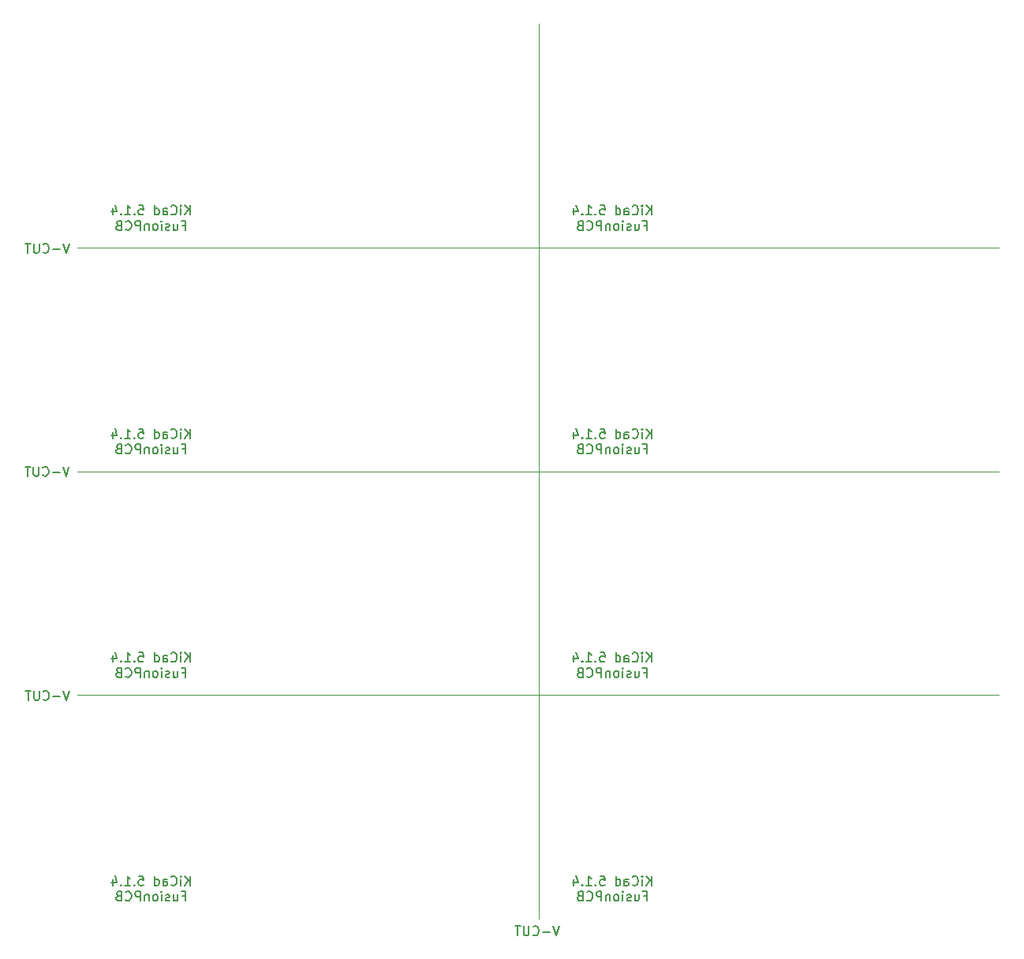
<source format=gbo>
G04 #@! TF.GenerationSoftware,KiCad,Pcbnew,5.1.4*
G04 #@! TF.CreationDate,2019-11-12T07:29:03+09:00*
G04 #@! TF.ProjectId,computerScienceExperience2,636f6d70-7574-4657-9253-6369656e6365,rev?*
G04 #@! TF.SameCoordinates,Original*
G04 #@! TF.FileFunction,Legend,Bot*
G04 #@! TF.FilePolarity,Positive*
%FSLAX46Y46*%
G04 Gerber Fmt 4.6, Leading zero omitted, Abs format (unit mm)*
G04 Created by KiCad (PCBNEW 5.1.4) date 2019-11-12 07:29:03*
%MOMM*%
%LPD*%
G04 APERTURE LIST*
%ADD10C,0.150000*%
%ADD11C,0.120000*%
G04 APERTURE END LIST*
D10*
X152782142Y-153202380D02*
X152448809Y-154202380D01*
X152115476Y-153202380D01*
X151782142Y-153821428D02*
X151020238Y-153821428D01*
X149972619Y-154107142D02*
X150020238Y-154154761D01*
X150163095Y-154202380D01*
X150258333Y-154202380D01*
X150401190Y-154154761D01*
X150496428Y-154059523D01*
X150544047Y-153964285D01*
X150591666Y-153773809D01*
X150591666Y-153630952D01*
X150544047Y-153440476D01*
X150496428Y-153345238D01*
X150401190Y-153250000D01*
X150258333Y-153202380D01*
X150163095Y-153202380D01*
X150020238Y-153250000D01*
X149972619Y-153297619D01*
X149544047Y-153202380D02*
X149544047Y-154011904D01*
X149496428Y-154107142D01*
X149448809Y-154154761D01*
X149353571Y-154202380D01*
X149163095Y-154202380D01*
X149067857Y-154154761D01*
X149020238Y-154107142D01*
X148972619Y-154011904D01*
X148972619Y-153202380D01*
X148639285Y-153202380D02*
X148067857Y-153202380D01*
X148353571Y-154202380D02*
X148353571Y-153202380D01*
X100232142Y-127927380D02*
X99898809Y-128927380D01*
X99565476Y-127927380D01*
X99232142Y-128546428D02*
X98470238Y-128546428D01*
X97422619Y-128832142D02*
X97470238Y-128879761D01*
X97613095Y-128927380D01*
X97708333Y-128927380D01*
X97851190Y-128879761D01*
X97946428Y-128784523D01*
X97994047Y-128689285D01*
X98041666Y-128498809D01*
X98041666Y-128355952D01*
X97994047Y-128165476D01*
X97946428Y-128070238D01*
X97851190Y-127975000D01*
X97708333Y-127927380D01*
X97613095Y-127927380D01*
X97470238Y-127975000D01*
X97422619Y-128022619D01*
X96994047Y-127927380D02*
X96994047Y-128736904D01*
X96946428Y-128832142D01*
X96898809Y-128879761D01*
X96803571Y-128927380D01*
X96613095Y-128927380D01*
X96517857Y-128879761D01*
X96470238Y-128832142D01*
X96422619Y-128736904D01*
X96422619Y-127927380D01*
X96089285Y-127927380D02*
X95517857Y-127927380D01*
X95803571Y-128927380D02*
X95803571Y-127927380D01*
X100207142Y-79927380D02*
X99873809Y-80927380D01*
X99540476Y-79927380D01*
X99207142Y-80546428D02*
X98445238Y-80546428D01*
X97397619Y-80832142D02*
X97445238Y-80879761D01*
X97588095Y-80927380D01*
X97683333Y-80927380D01*
X97826190Y-80879761D01*
X97921428Y-80784523D01*
X97969047Y-80689285D01*
X98016666Y-80498809D01*
X98016666Y-80355952D01*
X97969047Y-80165476D01*
X97921428Y-80070238D01*
X97826190Y-79975000D01*
X97683333Y-79927380D01*
X97588095Y-79927380D01*
X97445238Y-79975000D01*
X97397619Y-80022619D01*
X96969047Y-79927380D02*
X96969047Y-80736904D01*
X96921428Y-80832142D01*
X96873809Y-80879761D01*
X96778571Y-80927380D01*
X96588095Y-80927380D01*
X96492857Y-80879761D01*
X96445238Y-80832142D01*
X96397619Y-80736904D01*
X96397619Y-79927380D01*
X96064285Y-79927380D02*
X95492857Y-79927380D01*
X95778571Y-80927380D02*
X95778571Y-79927380D01*
X100182142Y-103877380D02*
X99848809Y-104877380D01*
X99515476Y-103877380D01*
X99182142Y-104496428D02*
X98420238Y-104496428D01*
X97372619Y-104782142D02*
X97420238Y-104829761D01*
X97563095Y-104877380D01*
X97658333Y-104877380D01*
X97801190Y-104829761D01*
X97896428Y-104734523D01*
X97944047Y-104639285D01*
X97991666Y-104448809D01*
X97991666Y-104305952D01*
X97944047Y-104115476D01*
X97896428Y-104020238D01*
X97801190Y-103925000D01*
X97658333Y-103877380D01*
X97563095Y-103877380D01*
X97420238Y-103925000D01*
X97372619Y-103972619D01*
X96944047Y-103877380D02*
X96944047Y-104686904D01*
X96896428Y-104782142D01*
X96848809Y-104829761D01*
X96753571Y-104877380D01*
X96563095Y-104877380D01*
X96467857Y-104829761D01*
X96420238Y-104782142D01*
X96372619Y-104686904D01*
X96372619Y-103877380D01*
X96039285Y-103877380D02*
X95467857Y-103877380D01*
X95753571Y-104877380D02*
X95753571Y-103877380D01*
D11*
X150575000Y-152450000D02*
X150575000Y-56300000D01*
X199950000Y-128400000D02*
X101050000Y-128400000D01*
X101050000Y-104400000D02*
X199975000Y-104400000D01*
X101050000Y-80400000D02*
X199950000Y-80400000D01*
D10*
X113190476Y-148827380D02*
X113190476Y-147827380D01*
X112619047Y-148827380D02*
X113047619Y-148255952D01*
X112619047Y-147827380D02*
X113190476Y-148398809D01*
X112190476Y-148827380D02*
X112190476Y-148160714D01*
X112190476Y-147827380D02*
X112238095Y-147875000D01*
X112190476Y-147922619D01*
X112142857Y-147875000D01*
X112190476Y-147827380D01*
X112190476Y-147922619D01*
X111142857Y-148732142D02*
X111190476Y-148779761D01*
X111333333Y-148827380D01*
X111428571Y-148827380D01*
X111571428Y-148779761D01*
X111666666Y-148684523D01*
X111714285Y-148589285D01*
X111761904Y-148398809D01*
X111761904Y-148255952D01*
X111714285Y-148065476D01*
X111666666Y-147970238D01*
X111571428Y-147875000D01*
X111428571Y-147827380D01*
X111333333Y-147827380D01*
X111190476Y-147875000D01*
X111142857Y-147922619D01*
X110285714Y-148827380D02*
X110285714Y-148303571D01*
X110333333Y-148208333D01*
X110428571Y-148160714D01*
X110619047Y-148160714D01*
X110714285Y-148208333D01*
X110285714Y-148779761D02*
X110380952Y-148827380D01*
X110619047Y-148827380D01*
X110714285Y-148779761D01*
X110761904Y-148684523D01*
X110761904Y-148589285D01*
X110714285Y-148494047D01*
X110619047Y-148446428D01*
X110380952Y-148446428D01*
X110285714Y-148398809D01*
X109380952Y-148827380D02*
X109380952Y-147827380D01*
X109380952Y-148779761D02*
X109476190Y-148827380D01*
X109666666Y-148827380D01*
X109761904Y-148779761D01*
X109809523Y-148732142D01*
X109857142Y-148636904D01*
X109857142Y-148351190D01*
X109809523Y-148255952D01*
X109761904Y-148208333D01*
X109666666Y-148160714D01*
X109476190Y-148160714D01*
X109380952Y-148208333D01*
X107666666Y-147827380D02*
X108142857Y-147827380D01*
X108190476Y-148303571D01*
X108142857Y-148255952D01*
X108047619Y-148208333D01*
X107809523Y-148208333D01*
X107714285Y-148255952D01*
X107666666Y-148303571D01*
X107619047Y-148398809D01*
X107619047Y-148636904D01*
X107666666Y-148732142D01*
X107714285Y-148779761D01*
X107809523Y-148827380D01*
X108047619Y-148827380D01*
X108142857Y-148779761D01*
X108190476Y-148732142D01*
X107190476Y-148732142D02*
X107142857Y-148779761D01*
X107190476Y-148827380D01*
X107238095Y-148779761D01*
X107190476Y-148732142D01*
X107190476Y-148827380D01*
X106190476Y-148827380D02*
X106761904Y-148827380D01*
X106476190Y-148827380D02*
X106476190Y-147827380D01*
X106571428Y-147970238D01*
X106666666Y-148065476D01*
X106761904Y-148113095D01*
X105761904Y-148732142D02*
X105714285Y-148779761D01*
X105761904Y-148827380D01*
X105809523Y-148779761D01*
X105761904Y-148732142D01*
X105761904Y-148827380D01*
X104857142Y-148160714D02*
X104857142Y-148827380D01*
X105095238Y-147779761D02*
X105333333Y-148494047D01*
X104714285Y-148494047D01*
X112357142Y-149953571D02*
X112690476Y-149953571D01*
X112690476Y-150477380D02*
X112690476Y-149477380D01*
X112214285Y-149477380D01*
X111404761Y-149810714D02*
X111404761Y-150477380D01*
X111833333Y-149810714D02*
X111833333Y-150334523D01*
X111785714Y-150429761D01*
X111690476Y-150477380D01*
X111547619Y-150477380D01*
X111452380Y-150429761D01*
X111404761Y-150382142D01*
X110976190Y-150429761D02*
X110880952Y-150477380D01*
X110690476Y-150477380D01*
X110595238Y-150429761D01*
X110547619Y-150334523D01*
X110547619Y-150286904D01*
X110595238Y-150191666D01*
X110690476Y-150144047D01*
X110833333Y-150144047D01*
X110928571Y-150096428D01*
X110976190Y-150001190D01*
X110976190Y-149953571D01*
X110928571Y-149858333D01*
X110833333Y-149810714D01*
X110690476Y-149810714D01*
X110595238Y-149858333D01*
X110119047Y-150477380D02*
X110119047Y-149810714D01*
X110119047Y-149477380D02*
X110166666Y-149525000D01*
X110119047Y-149572619D01*
X110071428Y-149525000D01*
X110119047Y-149477380D01*
X110119047Y-149572619D01*
X109500000Y-150477380D02*
X109595238Y-150429761D01*
X109642857Y-150382142D01*
X109690476Y-150286904D01*
X109690476Y-150001190D01*
X109642857Y-149905952D01*
X109595238Y-149858333D01*
X109500000Y-149810714D01*
X109357142Y-149810714D01*
X109261904Y-149858333D01*
X109214285Y-149905952D01*
X109166666Y-150001190D01*
X109166666Y-150286904D01*
X109214285Y-150382142D01*
X109261904Y-150429761D01*
X109357142Y-150477380D01*
X109500000Y-150477380D01*
X108738095Y-149810714D02*
X108738095Y-150477380D01*
X108738095Y-149905952D02*
X108690476Y-149858333D01*
X108595238Y-149810714D01*
X108452380Y-149810714D01*
X108357142Y-149858333D01*
X108309523Y-149953571D01*
X108309523Y-150477380D01*
X107833333Y-150477380D02*
X107833333Y-149477380D01*
X107452380Y-149477380D01*
X107357142Y-149525000D01*
X107309523Y-149572619D01*
X107261904Y-149667857D01*
X107261904Y-149810714D01*
X107309523Y-149905952D01*
X107357142Y-149953571D01*
X107452380Y-150001190D01*
X107833333Y-150001190D01*
X106261904Y-150382142D02*
X106309523Y-150429761D01*
X106452380Y-150477380D01*
X106547619Y-150477380D01*
X106690476Y-150429761D01*
X106785714Y-150334523D01*
X106833333Y-150239285D01*
X106880952Y-150048809D01*
X106880952Y-149905952D01*
X106833333Y-149715476D01*
X106785714Y-149620238D01*
X106690476Y-149525000D01*
X106547619Y-149477380D01*
X106452380Y-149477380D01*
X106309523Y-149525000D01*
X106261904Y-149572619D01*
X105500000Y-149953571D02*
X105357142Y-150001190D01*
X105309523Y-150048809D01*
X105261904Y-150144047D01*
X105261904Y-150286904D01*
X105309523Y-150382142D01*
X105357142Y-150429761D01*
X105452380Y-150477380D01*
X105833333Y-150477380D01*
X105833333Y-149477380D01*
X105500000Y-149477380D01*
X105404761Y-149525000D01*
X105357142Y-149572619D01*
X105309523Y-149667857D01*
X105309523Y-149763095D01*
X105357142Y-149858333D01*
X105404761Y-149905952D01*
X105500000Y-149953571D01*
X105833333Y-149953571D01*
X162690476Y-148827380D02*
X162690476Y-147827380D01*
X162119047Y-148827380D02*
X162547619Y-148255952D01*
X162119047Y-147827380D02*
X162690476Y-148398809D01*
X161690476Y-148827380D02*
X161690476Y-148160714D01*
X161690476Y-147827380D02*
X161738095Y-147875000D01*
X161690476Y-147922619D01*
X161642857Y-147875000D01*
X161690476Y-147827380D01*
X161690476Y-147922619D01*
X160642857Y-148732142D02*
X160690476Y-148779761D01*
X160833333Y-148827380D01*
X160928571Y-148827380D01*
X161071428Y-148779761D01*
X161166666Y-148684523D01*
X161214285Y-148589285D01*
X161261904Y-148398809D01*
X161261904Y-148255952D01*
X161214285Y-148065476D01*
X161166666Y-147970238D01*
X161071428Y-147875000D01*
X160928571Y-147827380D01*
X160833333Y-147827380D01*
X160690476Y-147875000D01*
X160642857Y-147922619D01*
X159785714Y-148827380D02*
X159785714Y-148303571D01*
X159833333Y-148208333D01*
X159928571Y-148160714D01*
X160119047Y-148160714D01*
X160214285Y-148208333D01*
X159785714Y-148779761D02*
X159880952Y-148827380D01*
X160119047Y-148827380D01*
X160214285Y-148779761D01*
X160261904Y-148684523D01*
X160261904Y-148589285D01*
X160214285Y-148494047D01*
X160119047Y-148446428D01*
X159880952Y-148446428D01*
X159785714Y-148398809D01*
X158880952Y-148827380D02*
X158880952Y-147827380D01*
X158880952Y-148779761D02*
X158976190Y-148827380D01*
X159166666Y-148827380D01*
X159261904Y-148779761D01*
X159309523Y-148732142D01*
X159357142Y-148636904D01*
X159357142Y-148351190D01*
X159309523Y-148255952D01*
X159261904Y-148208333D01*
X159166666Y-148160714D01*
X158976190Y-148160714D01*
X158880952Y-148208333D01*
X157166666Y-147827380D02*
X157642857Y-147827380D01*
X157690476Y-148303571D01*
X157642857Y-148255952D01*
X157547619Y-148208333D01*
X157309523Y-148208333D01*
X157214285Y-148255952D01*
X157166666Y-148303571D01*
X157119047Y-148398809D01*
X157119047Y-148636904D01*
X157166666Y-148732142D01*
X157214285Y-148779761D01*
X157309523Y-148827380D01*
X157547619Y-148827380D01*
X157642857Y-148779761D01*
X157690476Y-148732142D01*
X156690476Y-148732142D02*
X156642857Y-148779761D01*
X156690476Y-148827380D01*
X156738095Y-148779761D01*
X156690476Y-148732142D01*
X156690476Y-148827380D01*
X155690476Y-148827380D02*
X156261904Y-148827380D01*
X155976190Y-148827380D02*
X155976190Y-147827380D01*
X156071428Y-147970238D01*
X156166666Y-148065476D01*
X156261904Y-148113095D01*
X155261904Y-148732142D02*
X155214285Y-148779761D01*
X155261904Y-148827380D01*
X155309523Y-148779761D01*
X155261904Y-148732142D01*
X155261904Y-148827380D01*
X154357142Y-148160714D02*
X154357142Y-148827380D01*
X154595238Y-147779761D02*
X154833333Y-148494047D01*
X154214285Y-148494047D01*
X161857142Y-149953571D02*
X162190476Y-149953571D01*
X162190476Y-150477380D02*
X162190476Y-149477380D01*
X161714285Y-149477380D01*
X160904761Y-149810714D02*
X160904761Y-150477380D01*
X161333333Y-149810714D02*
X161333333Y-150334523D01*
X161285714Y-150429761D01*
X161190476Y-150477380D01*
X161047619Y-150477380D01*
X160952380Y-150429761D01*
X160904761Y-150382142D01*
X160476190Y-150429761D02*
X160380952Y-150477380D01*
X160190476Y-150477380D01*
X160095238Y-150429761D01*
X160047619Y-150334523D01*
X160047619Y-150286904D01*
X160095238Y-150191666D01*
X160190476Y-150144047D01*
X160333333Y-150144047D01*
X160428571Y-150096428D01*
X160476190Y-150001190D01*
X160476190Y-149953571D01*
X160428571Y-149858333D01*
X160333333Y-149810714D01*
X160190476Y-149810714D01*
X160095238Y-149858333D01*
X159619047Y-150477380D02*
X159619047Y-149810714D01*
X159619047Y-149477380D02*
X159666666Y-149525000D01*
X159619047Y-149572619D01*
X159571428Y-149525000D01*
X159619047Y-149477380D01*
X159619047Y-149572619D01*
X159000000Y-150477380D02*
X159095238Y-150429761D01*
X159142857Y-150382142D01*
X159190476Y-150286904D01*
X159190476Y-150001190D01*
X159142857Y-149905952D01*
X159095238Y-149858333D01*
X159000000Y-149810714D01*
X158857142Y-149810714D01*
X158761904Y-149858333D01*
X158714285Y-149905952D01*
X158666666Y-150001190D01*
X158666666Y-150286904D01*
X158714285Y-150382142D01*
X158761904Y-150429761D01*
X158857142Y-150477380D01*
X159000000Y-150477380D01*
X158238095Y-149810714D02*
X158238095Y-150477380D01*
X158238095Y-149905952D02*
X158190476Y-149858333D01*
X158095238Y-149810714D01*
X157952380Y-149810714D01*
X157857142Y-149858333D01*
X157809523Y-149953571D01*
X157809523Y-150477380D01*
X157333333Y-150477380D02*
X157333333Y-149477380D01*
X156952380Y-149477380D01*
X156857142Y-149525000D01*
X156809523Y-149572619D01*
X156761904Y-149667857D01*
X156761904Y-149810714D01*
X156809523Y-149905952D01*
X156857142Y-149953571D01*
X156952380Y-150001190D01*
X157333333Y-150001190D01*
X155761904Y-150382142D02*
X155809523Y-150429761D01*
X155952380Y-150477380D01*
X156047619Y-150477380D01*
X156190476Y-150429761D01*
X156285714Y-150334523D01*
X156333333Y-150239285D01*
X156380952Y-150048809D01*
X156380952Y-149905952D01*
X156333333Y-149715476D01*
X156285714Y-149620238D01*
X156190476Y-149525000D01*
X156047619Y-149477380D01*
X155952380Y-149477380D01*
X155809523Y-149525000D01*
X155761904Y-149572619D01*
X155000000Y-149953571D02*
X154857142Y-150001190D01*
X154809523Y-150048809D01*
X154761904Y-150144047D01*
X154761904Y-150286904D01*
X154809523Y-150382142D01*
X154857142Y-150429761D01*
X154952380Y-150477380D01*
X155333333Y-150477380D01*
X155333333Y-149477380D01*
X155000000Y-149477380D01*
X154904761Y-149525000D01*
X154857142Y-149572619D01*
X154809523Y-149667857D01*
X154809523Y-149763095D01*
X154857142Y-149858333D01*
X154904761Y-149905952D01*
X155000000Y-149953571D01*
X155333333Y-149953571D01*
X162690476Y-124827380D02*
X162690476Y-123827380D01*
X162119047Y-124827380D02*
X162547619Y-124255952D01*
X162119047Y-123827380D02*
X162690476Y-124398809D01*
X161690476Y-124827380D02*
X161690476Y-124160714D01*
X161690476Y-123827380D02*
X161738095Y-123875000D01*
X161690476Y-123922619D01*
X161642857Y-123875000D01*
X161690476Y-123827380D01*
X161690476Y-123922619D01*
X160642857Y-124732142D02*
X160690476Y-124779761D01*
X160833333Y-124827380D01*
X160928571Y-124827380D01*
X161071428Y-124779761D01*
X161166666Y-124684523D01*
X161214285Y-124589285D01*
X161261904Y-124398809D01*
X161261904Y-124255952D01*
X161214285Y-124065476D01*
X161166666Y-123970238D01*
X161071428Y-123875000D01*
X160928571Y-123827380D01*
X160833333Y-123827380D01*
X160690476Y-123875000D01*
X160642857Y-123922619D01*
X159785714Y-124827380D02*
X159785714Y-124303571D01*
X159833333Y-124208333D01*
X159928571Y-124160714D01*
X160119047Y-124160714D01*
X160214285Y-124208333D01*
X159785714Y-124779761D02*
X159880952Y-124827380D01*
X160119047Y-124827380D01*
X160214285Y-124779761D01*
X160261904Y-124684523D01*
X160261904Y-124589285D01*
X160214285Y-124494047D01*
X160119047Y-124446428D01*
X159880952Y-124446428D01*
X159785714Y-124398809D01*
X158880952Y-124827380D02*
X158880952Y-123827380D01*
X158880952Y-124779761D02*
X158976190Y-124827380D01*
X159166666Y-124827380D01*
X159261904Y-124779761D01*
X159309523Y-124732142D01*
X159357142Y-124636904D01*
X159357142Y-124351190D01*
X159309523Y-124255952D01*
X159261904Y-124208333D01*
X159166666Y-124160714D01*
X158976190Y-124160714D01*
X158880952Y-124208333D01*
X157166666Y-123827380D02*
X157642857Y-123827380D01*
X157690476Y-124303571D01*
X157642857Y-124255952D01*
X157547619Y-124208333D01*
X157309523Y-124208333D01*
X157214285Y-124255952D01*
X157166666Y-124303571D01*
X157119047Y-124398809D01*
X157119047Y-124636904D01*
X157166666Y-124732142D01*
X157214285Y-124779761D01*
X157309523Y-124827380D01*
X157547619Y-124827380D01*
X157642857Y-124779761D01*
X157690476Y-124732142D01*
X156690476Y-124732142D02*
X156642857Y-124779761D01*
X156690476Y-124827380D01*
X156738095Y-124779761D01*
X156690476Y-124732142D01*
X156690476Y-124827380D01*
X155690476Y-124827380D02*
X156261904Y-124827380D01*
X155976190Y-124827380D02*
X155976190Y-123827380D01*
X156071428Y-123970238D01*
X156166666Y-124065476D01*
X156261904Y-124113095D01*
X155261904Y-124732142D02*
X155214285Y-124779761D01*
X155261904Y-124827380D01*
X155309523Y-124779761D01*
X155261904Y-124732142D01*
X155261904Y-124827380D01*
X154357142Y-124160714D02*
X154357142Y-124827380D01*
X154595238Y-123779761D02*
X154833333Y-124494047D01*
X154214285Y-124494047D01*
X161857142Y-125953571D02*
X162190476Y-125953571D01*
X162190476Y-126477380D02*
X162190476Y-125477380D01*
X161714285Y-125477380D01*
X160904761Y-125810714D02*
X160904761Y-126477380D01*
X161333333Y-125810714D02*
X161333333Y-126334523D01*
X161285714Y-126429761D01*
X161190476Y-126477380D01*
X161047619Y-126477380D01*
X160952380Y-126429761D01*
X160904761Y-126382142D01*
X160476190Y-126429761D02*
X160380952Y-126477380D01*
X160190476Y-126477380D01*
X160095238Y-126429761D01*
X160047619Y-126334523D01*
X160047619Y-126286904D01*
X160095238Y-126191666D01*
X160190476Y-126144047D01*
X160333333Y-126144047D01*
X160428571Y-126096428D01*
X160476190Y-126001190D01*
X160476190Y-125953571D01*
X160428571Y-125858333D01*
X160333333Y-125810714D01*
X160190476Y-125810714D01*
X160095238Y-125858333D01*
X159619047Y-126477380D02*
X159619047Y-125810714D01*
X159619047Y-125477380D02*
X159666666Y-125525000D01*
X159619047Y-125572619D01*
X159571428Y-125525000D01*
X159619047Y-125477380D01*
X159619047Y-125572619D01*
X159000000Y-126477380D02*
X159095238Y-126429761D01*
X159142857Y-126382142D01*
X159190476Y-126286904D01*
X159190476Y-126001190D01*
X159142857Y-125905952D01*
X159095238Y-125858333D01*
X159000000Y-125810714D01*
X158857142Y-125810714D01*
X158761904Y-125858333D01*
X158714285Y-125905952D01*
X158666666Y-126001190D01*
X158666666Y-126286904D01*
X158714285Y-126382142D01*
X158761904Y-126429761D01*
X158857142Y-126477380D01*
X159000000Y-126477380D01*
X158238095Y-125810714D02*
X158238095Y-126477380D01*
X158238095Y-125905952D02*
X158190476Y-125858333D01*
X158095238Y-125810714D01*
X157952380Y-125810714D01*
X157857142Y-125858333D01*
X157809523Y-125953571D01*
X157809523Y-126477380D01*
X157333333Y-126477380D02*
X157333333Y-125477380D01*
X156952380Y-125477380D01*
X156857142Y-125525000D01*
X156809523Y-125572619D01*
X156761904Y-125667857D01*
X156761904Y-125810714D01*
X156809523Y-125905952D01*
X156857142Y-125953571D01*
X156952380Y-126001190D01*
X157333333Y-126001190D01*
X155761904Y-126382142D02*
X155809523Y-126429761D01*
X155952380Y-126477380D01*
X156047619Y-126477380D01*
X156190476Y-126429761D01*
X156285714Y-126334523D01*
X156333333Y-126239285D01*
X156380952Y-126048809D01*
X156380952Y-125905952D01*
X156333333Y-125715476D01*
X156285714Y-125620238D01*
X156190476Y-125525000D01*
X156047619Y-125477380D01*
X155952380Y-125477380D01*
X155809523Y-125525000D01*
X155761904Y-125572619D01*
X155000000Y-125953571D02*
X154857142Y-126001190D01*
X154809523Y-126048809D01*
X154761904Y-126144047D01*
X154761904Y-126286904D01*
X154809523Y-126382142D01*
X154857142Y-126429761D01*
X154952380Y-126477380D01*
X155333333Y-126477380D01*
X155333333Y-125477380D01*
X155000000Y-125477380D01*
X154904761Y-125525000D01*
X154857142Y-125572619D01*
X154809523Y-125667857D01*
X154809523Y-125763095D01*
X154857142Y-125858333D01*
X154904761Y-125905952D01*
X155000000Y-125953571D01*
X155333333Y-125953571D01*
X113190476Y-124827380D02*
X113190476Y-123827380D01*
X112619047Y-124827380D02*
X113047619Y-124255952D01*
X112619047Y-123827380D02*
X113190476Y-124398809D01*
X112190476Y-124827380D02*
X112190476Y-124160714D01*
X112190476Y-123827380D02*
X112238095Y-123875000D01*
X112190476Y-123922619D01*
X112142857Y-123875000D01*
X112190476Y-123827380D01*
X112190476Y-123922619D01*
X111142857Y-124732142D02*
X111190476Y-124779761D01*
X111333333Y-124827380D01*
X111428571Y-124827380D01*
X111571428Y-124779761D01*
X111666666Y-124684523D01*
X111714285Y-124589285D01*
X111761904Y-124398809D01*
X111761904Y-124255952D01*
X111714285Y-124065476D01*
X111666666Y-123970238D01*
X111571428Y-123875000D01*
X111428571Y-123827380D01*
X111333333Y-123827380D01*
X111190476Y-123875000D01*
X111142857Y-123922619D01*
X110285714Y-124827380D02*
X110285714Y-124303571D01*
X110333333Y-124208333D01*
X110428571Y-124160714D01*
X110619047Y-124160714D01*
X110714285Y-124208333D01*
X110285714Y-124779761D02*
X110380952Y-124827380D01*
X110619047Y-124827380D01*
X110714285Y-124779761D01*
X110761904Y-124684523D01*
X110761904Y-124589285D01*
X110714285Y-124494047D01*
X110619047Y-124446428D01*
X110380952Y-124446428D01*
X110285714Y-124398809D01*
X109380952Y-124827380D02*
X109380952Y-123827380D01*
X109380952Y-124779761D02*
X109476190Y-124827380D01*
X109666666Y-124827380D01*
X109761904Y-124779761D01*
X109809523Y-124732142D01*
X109857142Y-124636904D01*
X109857142Y-124351190D01*
X109809523Y-124255952D01*
X109761904Y-124208333D01*
X109666666Y-124160714D01*
X109476190Y-124160714D01*
X109380952Y-124208333D01*
X107666666Y-123827380D02*
X108142857Y-123827380D01*
X108190476Y-124303571D01*
X108142857Y-124255952D01*
X108047619Y-124208333D01*
X107809523Y-124208333D01*
X107714285Y-124255952D01*
X107666666Y-124303571D01*
X107619047Y-124398809D01*
X107619047Y-124636904D01*
X107666666Y-124732142D01*
X107714285Y-124779761D01*
X107809523Y-124827380D01*
X108047619Y-124827380D01*
X108142857Y-124779761D01*
X108190476Y-124732142D01*
X107190476Y-124732142D02*
X107142857Y-124779761D01*
X107190476Y-124827380D01*
X107238095Y-124779761D01*
X107190476Y-124732142D01*
X107190476Y-124827380D01*
X106190476Y-124827380D02*
X106761904Y-124827380D01*
X106476190Y-124827380D02*
X106476190Y-123827380D01*
X106571428Y-123970238D01*
X106666666Y-124065476D01*
X106761904Y-124113095D01*
X105761904Y-124732142D02*
X105714285Y-124779761D01*
X105761904Y-124827380D01*
X105809523Y-124779761D01*
X105761904Y-124732142D01*
X105761904Y-124827380D01*
X104857142Y-124160714D02*
X104857142Y-124827380D01*
X105095238Y-123779761D02*
X105333333Y-124494047D01*
X104714285Y-124494047D01*
X112357142Y-125953571D02*
X112690476Y-125953571D01*
X112690476Y-126477380D02*
X112690476Y-125477380D01*
X112214285Y-125477380D01*
X111404761Y-125810714D02*
X111404761Y-126477380D01*
X111833333Y-125810714D02*
X111833333Y-126334523D01*
X111785714Y-126429761D01*
X111690476Y-126477380D01*
X111547619Y-126477380D01*
X111452380Y-126429761D01*
X111404761Y-126382142D01*
X110976190Y-126429761D02*
X110880952Y-126477380D01*
X110690476Y-126477380D01*
X110595238Y-126429761D01*
X110547619Y-126334523D01*
X110547619Y-126286904D01*
X110595238Y-126191666D01*
X110690476Y-126144047D01*
X110833333Y-126144047D01*
X110928571Y-126096428D01*
X110976190Y-126001190D01*
X110976190Y-125953571D01*
X110928571Y-125858333D01*
X110833333Y-125810714D01*
X110690476Y-125810714D01*
X110595238Y-125858333D01*
X110119047Y-126477380D02*
X110119047Y-125810714D01*
X110119047Y-125477380D02*
X110166666Y-125525000D01*
X110119047Y-125572619D01*
X110071428Y-125525000D01*
X110119047Y-125477380D01*
X110119047Y-125572619D01*
X109500000Y-126477380D02*
X109595238Y-126429761D01*
X109642857Y-126382142D01*
X109690476Y-126286904D01*
X109690476Y-126001190D01*
X109642857Y-125905952D01*
X109595238Y-125858333D01*
X109500000Y-125810714D01*
X109357142Y-125810714D01*
X109261904Y-125858333D01*
X109214285Y-125905952D01*
X109166666Y-126001190D01*
X109166666Y-126286904D01*
X109214285Y-126382142D01*
X109261904Y-126429761D01*
X109357142Y-126477380D01*
X109500000Y-126477380D01*
X108738095Y-125810714D02*
X108738095Y-126477380D01*
X108738095Y-125905952D02*
X108690476Y-125858333D01*
X108595238Y-125810714D01*
X108452380Y-125810714D01*
X108357142Y-125858333D01*
X108309523Y-125953571D01*
X108309523Y-126477380D01*
X107833333Y-126477380D02*
X107833333Y-125477380D01*
X107452380Y-125477380D01*
X107357142Y-125525000D01*
X107309523Y-125572619D01*
X107261904Y-125667857D01*
X107261904Y-125810714D01*
X107309523Y-125905952D01*
X107357142Y-125953571D01*
X107452380Y-126001190D01*
X107833333Y-126001190D01*
X106261904Y-126382142D02*
X106309523Y-126429761D01*
X106452380Y-126477380D01*
X106547619Y-126477380D01*
X106690476Y-126429761D01*
X106785714Y-126334523D01*
X106833333Y-126239285D01*
X106880952Y-126048809D01*
X106880952Y-125905952D01*
X106833333Y-125715476D01*
X106785714Y-125620238D01*
X106690476Y-125525000D01*
X106547619Y-125477380D01*
X106452380Y-125477380D01*
X106309523Y-125525000D01*
X106261904Y-125572619D01*
X105500000Y-125953571D02*
X105357142Y-126001190D01*
X105309523Y-126048809D01*
X105261904Y-126144047D01*
X105261904Y-126286904D01*
X105309523Y-126382142D01*
X105357142Y-126429761D01*
X105452380Y-126477380D01*
X105833333Y-126477380D01*
X105833333Y-125477380D01*
X105500000Y-125477380D01*
X105404761Y-125525000D01*
X105357142Y-125572619D01*
X105309523Y-125667857D01*
X105309523Y-125763095D01*
X105357142Y-125858333D01*
X105404761Y-125905952D01*
X105500000Y-125953571D01*
X105833333Y-125953571D01*
X113190476Y-100827380D02*
X113190476Y-99827380D01*
X112619047Y-100827380D02*
X113047619Y-100255952D01*
X112619047Y-99827380D02*
X113190476Y-100398809D01*
X112190476Y-100827380D02*
X112190476Y-100160714D01*
X112190476Y-99827380D02*
X112238095Y-99875000D01*
X112190476Y-99922619D01*
X112142857Y-99875000D01*
X112190476Y-99827380D01*
X112190476Y-99922619D01*
X111142857Y-100732142D02*
X111190476Y-100779761D01*
X111333333Y-100827380D01*
X111428571Y-100827380D01*
X111571428Y-100779761D01*
X111666666Y-100684523D01*
X111714285Y-100589285D01*
X111761904Y-100398809D01*
X111761904Y-100255952D01*
X111714285Y-100065476D01*
X111666666Y-99970238D01*
X111571428Y-99875000D01*
X111428571Y-99827380D01*
X111333333Y-99827380D01*
X111190476Y-99875000D01*
X111142857Y-99922619D01*
X110285714Y-100827380D02*
X110285714Y-100303571D01*
X110333333Y-100208333D01*
X110428571Y-100160714D01*
X110619047Y-100160714D01*
X110714285Y-100208333D01*
X110285714Y-100779761D02*
X110380952Y-100827380D01*
X110619047Y-100827380D01*
X110714285Y-100779761D01*
X110761904Y-100684523D01*
X110761904Y-100589285D01*
X110714285Y-100494047D01*
X110619047Y-100446428D01*
X110380952Y-100446428D01*
X110285714Y-100398809D01*
X109380952Y-100827380D02*
X109380952Y-99827380D01*
X109380952Y-100779761D02*
X109476190Y-100827380D01*
X109666666Y-100827380D01*
X109761904Y-100779761D01*
X109809523Y-100732142D01*
X109857142Y-100636904D01*
X109857142Y-100351190D01*
X109809523Y-100255952D01*
X109761904Y-100208333D01*
X109666666Y-100160714D01*
X109476190Y-100160714D01*
X109380952Y-100208333D01*
X107666666Y-99827380D02*
X108142857Y-99827380D01*
X108190476Y-100303571D01*
X108142857Y-100255952D01*
X108047619Y-100208333D01*
X107809523Y-100208333D01*
X107714285Y-100255952D01*
X107666666Y-100303571D01*
X107619047Y-100398809D01*
X107619047Y-100636904D01*
X107666666Y-100732142D01*
X107714285Y-100779761D01*
X107809523Y-100827380D01*
X108047619Y-100827380D01*
X108142857Y-100779761D01*
X108190476Y-100732142D01*
X107190476Y-100732142D02*
X107142857Y-100779761D01*
X107190476Y-100827380D01*
X107238095Y-100779761D01*
X107190476Y-100732142D01*
X107190476Y-100827380D01*
X106190476Y-100827380D02*
X106761904Y-100827380D01*
X106476190Y-100827380D02*
X106476190Y-99827380D01*
X106571428Y-99970238D01*
X106666666Y-100065476D01*
X106761904Y-100113095D01*
X105761904Y-100732142D02*
X105714285Y-100779761D01*
X105761904Y-100827380D01*
X105809523Y-100779761D01*
X105761904Y-100732142D01*
X105761904Y-100827380D01*
X104857142Y-100160714D02*
X104857142Y-100827380D01*
X105095238Y-99779761D02*
X105333333Y-100494047D01*
X104714285Y-100494047D01*
X112357142Y-101953571D02*
X112690476Y-101953571D01*
X112690476Y-102477380D02*
X112690476Y-101477380D01*
X112214285Y-101477380D01*
X111404761Y-101810714D02*
X111404761Y-102477380D01*
X111833333Y-101810714D02*
X111833333Y-102334523D01*
X111785714Y-102429761D01*
X111690476Y-102477380D01*
X111547619Y-102477380D01*
X111452380Y-102429761D01*
X111404761Y-102382142D01*
X110976190Y-102429761D02*
X110880952Y-102477380D01*
X110690476Y-102477380D01*
X110595238Y-102429761D01*
X110547619Y-102334523D01*
X110547619Y-102286904D01*
X110595238Y-102191666D01*
X110690476Y-102144047D01*
X110833333Y-102144047D01*
X110928571Y-102096428D01*
X110976190Y-102001190D01*
X110976190Y-101953571D01*
X110928571Y-101858333D01*
X110833333Y-101810714D01*
X110690476Y-101810714D01*
X110595238Y-101858333D01*
X110119047Y-102477380D02*
X110119047Y-101810714D01*
X110119047Y-101477380D02*
X110166666Y-101525000D01*
X110119047Y-101572619D01*
X110071428Y-101525000D01*
X110119047Y-101477380D01*
X110119047Y-101572619D01*
X109500000Y-102477380D02*
X109595238Y-102429761D01*
X109642857Y-102382142D01*
X109690476Y-102286904D01*
X109690476Y-102001190D01*
X109642857Y-101905952D01*
X109595238Y-101858333D01*
X109500000Y-101810714D01*
X109357142Y-101810714D01*
X109261904Y-101858333D01*
X109214285Y-101905952D01*
X109166666Y-102001190D01*
X109166666Y-102286904D01*
X109214285Y-102382142D01*
X109261904Y-102429761D01*
X109357142Y-102477380D01*
X109500000Y-102477380D01*
X108738095Y-101810714D02*
X108738095Y-102477380D01*
X108738095Y-101905952D02*
X108690476Y-101858333D01*
X108595238Y-101810714D01*
X108452380Y-101810714D01*
X108357142Y-101858333D01*
X108309523Y-101953571D01*
X108309523Y-102477380D01*
X107833333Y-102477380D02*
X107833333Y-101477380D01*
X107452380Y-101477380D01*
X107357142Y-101525000D01*
X107309523Y-101572619D01*
X107261904Y-101667857D01*
X107261904Y-101810714D01*
X107309523Y-101905952D01*
X107357142Y-101953571D01*
X107452380Y-102001190D01*
X107833333Y-102001190D01*
X106261904Y-102382142D02*
X106309523Y-102429761D01*
X106452380Y-102477380D01*
X106547619Y-102477380D01*
X106690476Y-102429761D01*
X106785714Y-102334523D01*
X106833333Y-102239285D01*
X106880952Y-102048809D01*
X106880952Y-101905952D01*
X106833333Y-101715476D01*
X106785714Y-101620238D01*
X106690476Y-101525000D01*
X106547619Y-101477380D01*
X106452380Y-101477380D01*
X106309523Y-101525000D01*
X106261904Y-101572619D01*
X105500000Y-101953571D02*
X105357142Y-102001190D01*
X105309523Y-102048809D01*
X105261904Y-102144047D01*
X105261904Y-102286904D01*
X105309523Y-102382142D01*
X105357142Y-102429761D01*
X105452380Y-102477380D01*
X105833333Y-102477380D01*
X105833333Y-101477380D01*
X105500000Y-101477380D01*
X105404761Y-101525000D01*
X105357142Y-101572619D01*
X105309523Y-101667857D01*
X105309523Y-101763095D01*
X105357142Y-101858333D01*
X105404761Y-101905952D01*
X105500000Y-101953571D01*
X105833333Y-101953571D01*
X162690476Y-100827380D02*
X162690476Y-99827380D01*
X162119047Y-100827380D02*
X162547619Y-100255952D01*
X162119047Y-99827380D02*
X162690476Y-100398809D01*
X161690476Y-100827380D02*
X161690476Y-100160714D01*
X161690476Y-99827380D02*
X161738095Y-99875000D01*
X161690476Y-99922619D01*
X161642857Y-99875000D01*
X161690476Y-99827380D01*
X161690476Y-99922619D01*
X160642857Y-100732142D02*
X160690476Y-100779761D01*
X160833333Y-100827380D01*
X160928571Y-100827380D01*
X161071428Y-100779761D01*
X161166666Y-100684523D01*
X161214285Y-100589285D01*
X161261904Y-100398809D01*
X161261904Y-100255952D01*
X161214285Y-100065476D01*
X161166666Y-99970238D01*
X161071428Y-99875000D01*
X160928571Y-99827380D01*
X160833333Y-99827380D01*
X160690476Y-99875000D01*
X160642857Y-99922619D01*
X159785714Y-100827380D02*
X159785714Y-100303571D01*
X159833333Y-100208333D01*
X159928571Y-100160714D01*
X160119047Y-100160714D01*
X160214285Y-100208333D01*
X159785714Y-100779761D02*
X159880952Y-100827380D01*
X160119047Y-100827380D01*
X160214285Y-100779761D01*
X160261904Y-100684523D01*
X160261904Y-100589285D01*
X160214285Y-100494047D01*
X160119047Y-100446428D01*
X159880952Y-100446428D01*
X159785714Y-100398809D01*
X158880952Y-100827380D02*
X158880952Y-99827380D01*
X158880952Y-100779761D02*
X158976190Y-100827380D01*
X159166666Y-100827380D01*
X159261904Y-100779761D01*
X159309523Y-100732142D01*
X159357142Y-100636904D01*
X159357142Y-100351190D01*
X159309523Y-100255952D01*
X159261904Y-100208333D01*
X159166666Y-100160714D01*
X158976190Y-100160714D01*
X158880952Y-100208333D01*
X157166666Y-99827380D02*
X157642857Y-99827380D01*
X157690476Y-100303571D01*
X157642857Y-100255952D01*
X157547619Y-100208333D01*
X157309523Y-100208333D01*
X157214285Y-100255952D01*
X157166666Y-100303571D01*
X157119047Y-100398809D01*
X157119047Y-100636904D01*
X157166666Y-100732142D01*
X157214285Y-100779761D01*
X157309523Y-100827380D01*
X157547619Y-100827380D01*
X157642857Y-100779761D01*
X157690476Y-100732142D01*
X156690476Y-100732142D02*
X156642857Y-100779761D01*
X156690476Y-100827380D01*
X156738095Y-100779761D01*
X156690476Y-100732142D01*
X156690476Y-100827380D01*
X155690476Y-100827380D02*
X156261904Y-100827380D01*
X155976190Y-100827380D02*
X155976190Y-99827380D01*
X156071428Y-99970238D01*
X156166666Y-100065476D01*
X156261904Y-100113095D01*
X155261904Y-100732142D02*
X155214285Y-100779761D01*
X155261904Y-100827380D01*
X155309523Y-100779761D01*
X155261904Y-100732142D01*
X155261904Y-100827380D01*
X154357142Y-100160714D02*
X154357142Y-100827380D01*
X154595238Y-99779761D02*
X154833333Y-100494047D01*
X154214285Y-100494047D01*
X161857142Y-101953571D02*
X162190476Y-101953571D01*
X162190476Y-102477380D02*
X162190476Y-101477380D01*
X161714285Y-101477380D01*
X160904761Y-101810714D02*
X160904761Y-102477380D01*
X161333333Y-101810714D02*
X161333333Y-102334523D01*
X161285714Y-102429761D01*
X161190476Y-102477380D01*
X161047619Y-102477380D01*
X160952380Y-102429761D01*
X160904761Y-102382142D01*
X160476190Y-102429761D02*
X160380952Y-102477380D01*
X160190476Y-102477380D01*
X160095238Y-102429761D01*
X160047619Y-102334523D01*
X160047619Y-102286904D01*
X160095238Y-102191666D01*
X160190476Y-102144047D01*
X160333333Y-102144047D01*
X160428571Y-102096428D01*
X160476190Y-102001190D01*
X160476190Y-101953571D01*
X160428571Y-101858333D01*
X160333333Y-101810714D01*
X160190476Y-101810714D01*
X160095238Y-101858333D01*
X159619047Y-102477380D02*
X159619047Y-101810714D01*
X159619047Y-101477380D02*
X159666666Y-101525000D01*
X159619047Y-101572619D01*
X159571428Y-101525000D01*
X159619047Y-101477380D01*
X159619047Y-101572619D01*
X159000000Y-102477380D02*
X159095238Y-102429761D01*
X159142857Y-102382142D01*
X159190476Y-102286904D01*
X159190476Y-102001190D01*
X159142857Y-101905952D01*
X159095238Y-101858333D01*
X159000000Y-101810714D01*
X158857142Y-101810714D01*
X158761904Y-101858333D01*
X158714285Y-101905952D01*
X158666666Y-102001190D01*
X158666666Y-102286904D01*
X158714285Y-102382142D01*
X158761904Y-102429761D01*
X158857142Y-102477380D01*
X159000000Y-102477380D01*
X158238095Y-101810714D02*
X158238095Y-102477380D01*
X158238095Y-101905952D02*
X158190476Y-101858333D01*
X158095238Y-101810714D01*
X157952380Y-101810714D01*
X157857142Y-101858333D01*
X157809523Y-101953571D01*
X157809523Y-102477380D01*
X157333333Y-102477380D02*
X157333333Y-101477380D01*
X156952380Y-101477380D01*
X156857142Y-101525000D01*
X156809523Y-101572619D01*
X156761904Y-101667857D01*
X156761904Y-101810714D01*
X156809523Y-101905952D01*
X156857142Y-101953571D01*
X156952380Y-102001190D01*
X157333333Y-102001190D01*
X155761904Y-102382142D02*
X155809523Y-102429761D01*
X155952380Y-102477380D01*
X156047619Y-102477380D01*
X156190476Y-102429761D01*
X156285714Y-102334523D01*
X156333333Y-102239285D01*
X156380952Y-102048809D01*
X156380952Y-101905952D01*
X156333333Y-101715476D01*
X156285714Y-101620238D01*
X156190476Y-101525000D01*
X156047619Y-101477380D01*
X155952380Y-101477380D01*
X155809523Y-101525000D01*
X155761904Y-101572619D01*
X155000000Y-101953571D02*
X154857142Y-102001190D01*
X154809523Y-102048809D01*
X154761904Y-102144047D01*
X154761904Y-102286904D01*
X154809523Y-102382142D01*
X154857142Y-102429761D01*
X154952380Y-102477380D01*
X155333333Y-102477380D01*
X155333333Y-101477380D01*
X155000000Y-101477380D01*
X154904761Y-101525000D01*
X154857142Y-101572619D01*
X154809523Y-101667857D01*
X154809523Y-101763095D01*
X154857142Y-101858333D01*
X154904761Y-101905952D01*
X155000000Y-101953571D01*
X155333333Y-101953571D01*
X162690476Y-76827380D02*
X162690476Y-75827380D01*
X162119047Y-76827380D02*
X162547619Y-76255952D01*
X162119047Y-75827380D02*
X162690476Y-76398809D01*
X161690476Y-76827380D02*
X161690476Y-76160714D01*
X161690476Y-75827380D02*
X161738095Y-75875000D01*
X161690476Y-75922619D01*
X161642857Y-75875000D01*
X161690476Y-75827380D01*
X161690476Y-75922619D01*
X160642857Y-76732142D02*
X160690476Y-76779761D01*
X160833333Y-76827380D01*
X160928571Y-76827380D01*
X161071428Y-76779761D01*
X161166666Y-76684523D01*
X161214285Y-76589285D01*
X161261904Y-76398809D01*
X161261904Y-76255952D01*
X161214285Y-76065476D01*
X161166666Y-75970238D01*
X161071428Y-75875000D01*
X160928571Y-75827380D01*
X160833333Y-75827380D01*
X160690476Y-75875000D01*
X160642857Y-75922619D01*
X159785714Y-76827380D02*
X159785714Y-76303571D01*
X159833333Y-76208333D01*
X159928571Y-76160714D01*
X160119047Y-76160714D01*
X160214285Y-76208333D01*
X159785714Y-76779761D02*
X159880952Y-76827380D01*
X160119047Y-76827380D01*
X160214285Y-76779761D01*
X160261904Y-76684523D01*
X160261904Y-76589285D01*
X160214285Y-76494047D01*
X160119047Y-76446428D01*
X159880952Y-76446428D01*
X159785714Y-76398809D01*
X158880952Y-76827380D02*
X158880952Y-75827380D01*
X158880952Y-76779761D02*
X158976190Y-76827380D01*
X159166666Y-76827380D01*
X159261904Y-76779761D01*
X159309523Y-76732142D01*
X159357142Y-76636904D01*
X159357142Y-76351190D01*
X159309523Y-76255952D01*
X159261904Y-76208333D01*
X159166666Y-76160714D01*
X158976190Y-76160714D01*
X158880952Y-76208333D01*
X157166666Y-75827380D02*
X157642857Y-75827380D01*
X157690476Y-76303571D01*
X157642857Y-76255952D01*
X157547619Y-76208333D01*
X157309523Y-76208333D01*
X157214285Y-76255952D01*
X157166666Y-76303571D01*
X157119047Y-76398809D01*
X157119047Y-76636904D01*
X157166666Y-76732142D01*
X157214285Y-76779761D01*
X157309523Y-76827380D01*
X157547619Y-76827380D01*
X157642857Y-76779761D01*
X157690476Y-76732142D01*
X156690476Y-76732142D02*
X156642857Y-76779761D01*
X156690476Y-76827380D01*
X156738095Y-76779761D01*
X156690476Y-76732142D01*
X156690476Y-76827380D01*
X155690476Y-76827380D02*
X156261904Y-76827380D01*
X155976190Y-76827380D02*
X155976190Y-75827380D01*
X156071428Y-75970238D01*
X156166666Y-76065476D01*
X156261904Y-76113095D01*
X155261904Y-76732142D02*
X155214285Y-76779761D01*
X155261904Y-76827380D01*
X155309523Y-76779761D01*
X155261904Y-76732142D01*
X155261904Y-76827380D01*
X154357142Y-76160714D02*
X154357142Y-76827380D01*
X154595238Y-75779761D02*
X154833333Y-76494047D01*
X154214285Y-76494047D01*
X161857142Y-77953571D02*
X162190476Y-77953571D01*
X162190476Y-78477380D02*
X162190476Y-77477380D01*
X161714285Y-77477380D01*
X160904761Y-77810714D02*
X160904761Y-78477380D01*
X161333333Y-77810714D02*
X161333333Y-78334523D01*
X161285714Y-78429761D01*
X161190476Y-78477380D01*
X161047619Y-78477380D01*
X160952380Y-78429761D01*
X160904761Y-78382142D01*
X160476190Y-78429761D02*
X160380952Y-78477380D01*
X160190476Y-78477380D01*
X160095238Y-78429761D01*
X160047619Y-78334523D01*
X160047619Y-78286904D01*
X160095238Y-78191666D01*
X160190476Y-78144047D01*
X160333333Y-78144047D01*
X160428571Y-78096428D01*
X160476190Y-78001190D01*
X160476190Y-77953571D01*
X160428571Y-77858333D01*
X160333333Y-77810714D01*
X160190476Y-77810714D01*
X160095238Y-77858333D01*
X159619047Y-78477380D02*
X159619047Y-77810714D01*
X159619047Y-77477380D02*
X159666666Y-77525000D01*
X159619047Y-77572619D01*
X159571428Y-77525000D01*
X159619047Y-77477380D01*
X159619047Y-77572619D01*
X159000000Y-78477380D02*
X159095238Y-78429761D01*
X159142857Y-78382142D01*
X159190476Y-78286904D01*
X159190476Y-78001190D01*
X159142857Y-77905952D01*
X159095238Y-77858333D01*
X159000000Y-77810714D01*
X158857142Y-77810714D01*
X158761904Y-77858333D01*
X158714285Y-77905952D01*
X158666666Y-78001190D01*
X158666666Y-78286904D01*
X158714285Y-78382142D01*
X158761904Y-78429761D01*
X158857142Y-78477380D01*
X159000000Y-78477380D01*
X158238095Y-77810714D02*
X158238095Y-78477380D01*
X158238095Y-77905952D02*
X158190476Y-77858333D01*
X158095238Y-77810714D01*
X157952380Y-77810714D01*
X157857142Y-77858333D01*
X157809523Y-77953571D01*
X157809523Y-78477380D01*
X157333333Y-78477380D02*
X157333333Y-77477380D01*
X156952380Y-77477380D01*
X156857142Y-77525000D01*
X156809523Y-77572619D01*
X156761904Y-77667857D01*
X156761904Y-77810714D01*
X156809523Y-77905952D01*
X156857142Y-77953571D01*
X156952380Y-78001190D01*
X157333333Y-78001190D01*
X155761904Y-78382142D02*
X155809523Y-78429761D01*
X155952380Y-78477380D01*
X156047619Y-78477380D01*
X156190476Y-78429761D01*
X156285714Y-78334523D01*
X156333333Y-78239285D01*
X156380952Y-78048809D01*
X156380952Y-77905952D01*
X156333333Y-77715476D01*
X156285714Y-77620238D01*
X156190476Y-77525000D01*
X156047619Y-77477380D01*
X155952380Y-77477380D01*
X155809523Y-77525000D01*
X155761904Y-77572619D01*
X155000000Y-77953571D02*
X154857142Y-78001190D01*
X154809523Y-78048809D01*
X154761904Y-78144047D01*
X154761904Y-78286904D01*
X154809523Y-78382142D01*
X154857142Y-78429761D01*
X154952380Y-78477380D01*
X155333333Y-78477380D01*
X155333333Y-77477380D01*
X155000000Y-77477380D01*
X154904761Y-77525000D01*
X154857142Y-77572619D01*
X154809523Y-77667857D01*
X154809523Y-77763095D01*
X154857142Y-77858333D01*
X154904761Y-77905952D01*
X155000000Y-77953571D01*
X155333333Y-77953571D01*
X113190476Y-76827380D02*
X113190476Y-75827380D01*
X112619047Y-76827380D02*
X113047619Y-76255952D01*
X112619047Y-75827380D02*
X113190476Y-76398809D01*
X112190476Y-76827380D02*
X112190476Y-76160714D01*
X112190476Y-75827380D02*
X112238095Y-75875000D01*
X112190476Y-75922619D01*
X112142857Y-75875000D01*
X112190476Y-75827380D01*
X112190476Y-75922619D01*
X111142857Y-76732142D02*
X111190476Y-76779761D01*
X111333333Y-76827380D01*
X111428571Y-76827380D01*
X111571428Y-76779761D01*
X111666666Y-76684523D01*
X111714285Y-76589285D01*
X111761904Y-76398809D01*
X111761904Y-76255952D01*
X111714285Y-76065476D01*
X111666666Y-75970238D01*
X111571428Y-75875000D01*
X111428571Y-75827380D01*
X111333333Y-75827380D01*
X111190476Y-75875000D01*
X111142857Y-75922619D01*
X110285714Y-76827380D02*
X110285714Y-76303571D01*
X110333333Y-76208333D01*
X110428571Y-76160714D01*
X110619047Y-76160714D01*
X110714285Y-76208333D01*
X110285714Y-76779761D02*
X110380952Y-76827380D01*
X110619047Y-76827380D01*
X110714285Y-76779761D01*
X110761904Y-76684523D01*
X110761904Y-76589285D01*
X110714285Y-76494047D01*
X110619047Y-76446428D01*
X110380952Y-76446428D01*
X110285714Y-76398809D01*
X109380952Y-76827380D02*
X109380952Y-75827380D01*
X109380952Y-76779761D02*
X109476190Y-76827380D01*
X109666666Y-76827380D01*
X109761904Y-76779761D01*
X109809523Y-76732142D01*
X109857142Y-76636904D01*
X109857142Y-76351190D01*
X109809523Y-76255952D01*
X109761904Y-76208333D01*
X109666666Y-76160714D01*
X109476190Y-76160714D01*
X109380952Y-76208333D01*
X107666666Y-75827380D02*
X108142857Y-75827380D01*
X108190476Y-76303571D01*
X108142857Y-76255952D01*
X108047619Y-76208333D01*
X107809523Y-76208333D01*
X107714285Y-76255952D01*
X107666666Y-76303571D01*
X107619047Y-76398809D01*
X107619047Y-76636904D01*
X107666666Y-76732142D01*
X107714285Y-76779761D01*
X107809523Y-76827380D01*
X108047619Y-76827380D01*
X108142857Y-76779761D01*
X108190476Y-76732142D01*
X107190476Y-76732142D02*
X107142857Y-76779761D01*
X107190476Y-76827380D01*
X107238095Y-76779761D01*
X107190476Y-76732142D01*
X107190476Y-76827380D01*
X106190476Y-76827380D02*
X106761904Y-76827380D01*
X106476190Y-76827380D02*
X106476190Y-75827380D01*
X106571428Y-75970238D01*
X106666666Y-76065476D01*
X106761904Y-76113095D01*
X105761904Y-76732142D02*
X105714285Y-76779761D01*
X105761904Y-76827380D01*
X105809523Y-76779761D01*
X105761904Y-76732142D01*
X105761904Y-76827380D01*
X104857142Y-76160714D02*
X104857142Y-76827380D01*
X105095238Y-75779761D02*
X105333333Y-76494047D01*
X104714285Y-76494047D01*
X112357142Y-77953571D02*
X112690476Y-77953571D01*
X112690476Y-78477380D02*
X112690476Y-77477380D01*
X112214285Y-77477380D01*
X111404761Y-77810714D02*
X111404761Y-78477380D01*
X111833333Y-77810714D02*
X111833333Y-78334523D01*
X111785714Y-78429761D01*
X111690476Y-78477380D01*
X111547619Y-78477380D01*
X111452380Y-78429761D01*
X111404761Y-78382142D01*
X110976190Y-78429761D02*
X110880952Y-78477380D01*
X110690476Y-78477380D01*
X110595238Y-78429761D01*
X110547619Y-78334523D01*
X110547619Y-78286904D01*
X110595238Y-78191666D01*
X110690476Y-78144047D01*
X110833333Y-78144047D01*
X110928571Y-78096428D01*
X110976190Y-78001190D01*
X110976190Y-77953571D01*
X110928571Y-77858333D01*
X110833333Y-77810714D01*
X110690476Y-77810714D01*
X110595238Y-77858333D01*
X110119047Y-78477380D02*
X110119047Y-77810714D01*
X110119047Y-77477380D02*
X110166666Y-77525000D01*
X110119047Y-77572619D01*
X110071428Y-77525000D01*
X110119047Y-77477380D01*
X110119047Y-77572619D01*
X109500000Y-78477380D02*
X109595238Y-78429761D01*
X109642857Y-78382142D01*
X109690476Y-78286904D01*
X109690476Y-78001190D01*
X109642857Y-77905952D01*
X109595238Y-77858333D01*
X109500000Y-77810714D01*
X109357142Y-77810714D01*
X109261904Y-77858333D01*
X109214285Y-77905952D01*
X109166666Y-78001190D01*
X109166666Y-78286904D01*
X109214285Y-78382142D01*
X109261904Y-78429761D01*
X109357142Y-78477380D01*
X109500000Y-78477380D01*
X108738095Y-77810714D02*
X108738095Y-78477380D01*
X108738095Y-77905952D02*
X108690476Y-77858333D01*
X108595238Y-77810714D01*
X108452380Y-77810714D01*
X108357142Y-77858333D01*
X108309523Y-77953571D01*
X108309523Y-78477380D01*
X107833333Y-78477380D02*
X107833333Y-77477380D01*
X107452380Y-77477380D01*
X107357142Y-77525000D01*
X107309523Y-77572619D01*
X107261904Y-77667857D01*
X107261904Y-77810714D01*
X107309523Y-77905952D01*
X107357142Y-77953571D01*
X107452380Y-78001190D01*
X107833333Y-78001190D01*
X106261904Y-78382142D02*
X106309523Y-78429761D01*
X106452380Y-78477380D01*
X106547619Y-78477380D01*
X106690476Y-78429761D01*
X106785714Y-78334523D01*
X106833333Y-78239285D01*
X106880952Y-78048809D01*
X106880952Y-77905952D01*
X106833333Y-77715476D01*
X106785714Y-77620238D01*
X106690476Y-77525000D01*
X106547619Y-77477380D01*
X106452380Y-77477380D01*
X106309523Y-77525000D01*
X106261904Y-77572619D01*
X105500000Y-77953571D02*
X105357142Y-78001190D01*
X105309523Y-78048809D01*
X105261904Y-78144047D01*
X105261904Y-78286904D01*
X105309523Y-78382142D01*
X105357142Y-78429761D01*
X105452380Y-78477380D01*
X105833333Y-78477380D01*
X105833333Y-77477380D01*
X105500000Y-77477380D01*
X105404761Y-77525000D01*
X105357142Y-77572619D01*
X105309523Y-77667857D01*
X105309523Y-77763095D01*
X105357142Y-77858333D01*
X105404761Y-77905952D01*
X105500000Y-77953571D01*
X105833333Y-77953571D01*
M02*

</source>
